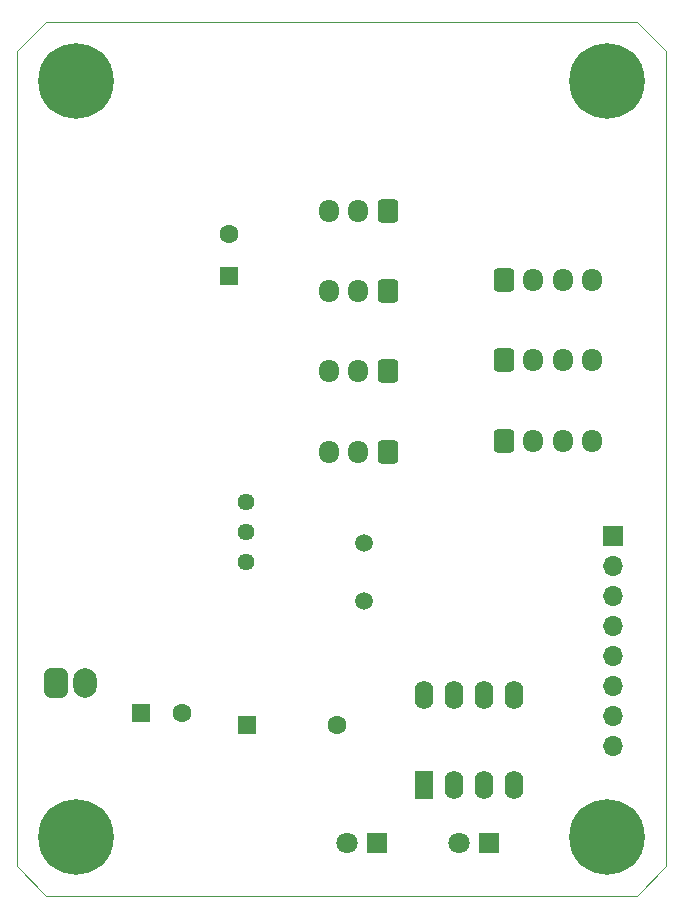
<source format=gbr>
%TF.GenerationSoftware,KiCad,Pcbnew,8.0.1-8.0.1-0~ubuntu20.04.1*%
%TF.CreationDate,2024-05-13T17:34:50+05:00*%
%TF.ProjectId,DeltaAnomalain,44656c74-6141-46e6-9f6d-616c61696e2e,rev?*%
%TF.SameCoordinates,Original*%
%TF.FileFunction,Soldermask,Bot*%
%TF.FilePolarity,Negative*%
%FSLAX46Y46*%
G04 Gerber Fmt 4.6, Leading zero omitted, Abs format (unit mm)*
G04 Created by KiCad (PCBNEW 8.0.1-8.0.1-0~ubuntu20.04.1) date 2024-05-13 17:34:50*
%MOMM*%
%LPD*%
G01*
G04 APERTURE LIST*
G04 Aperture macros list*
%AMRoundRect*
0 Rectangle with rounded corners*
0 $1 Rounding radius*
0 $2 $3 $4 $5 $6 $7 $8 $9 X,Y pos of 4 corners*
0 Add a 4 corners polygon primitive as box body*
4,1,4,$2,$3,$4,$5,$6,$7,$8,$9,$2,$3,0*
0 Add four circle primitives for the rounded corners*
1,1,$1+$1,$2,$3*
1,1,$1+$1,$4,$5*
1,1,$1+$1,$6,$7*
1,1,$1+$1,$8,$9*
0 Add four rect primitives between the rounded corners*
20,1,$1+$1,$2,$3,$4,$5,0*
20,1,$1+$1,$4,$5,$6,$7,0*
20,1,$1+$1,$6,$7,$8,$9,0*
20,1,$1+$1,$8,$9,$2,$3,0*%
G04 Aperture macros list end*
%ADD10R,1.600000X1.600000*%
%ADD11C,1.600000*%
%ADD12R,1.700000X1.700000*%
%ADD13O,1.700000X1.700000*%
%ADD14C,0.800000*%
%ADD15C,6.400000*%
%ADD16RoundRect,0.250000X-0.600000X-0.725000X0.600000X-0.725000X0.600000X0.725000X-0.600000X0.725000X0*%
%ADD17O,1.700000X1.950000*%
%ADD18R,1.800000X1.800000*%
%ADD19C,1.800000*%
%ADD20C,1.500000*%
%ADD21RoundRect,0.500000X0.500000X-0.750000X0.500000X0.750000X-0.500000X0.750000X-0.500000X-0.750000X0*%
%ADD22O,2.000000X2.500000*%
%ADD23RoundRect,0.250000X0.600000X0.725000X-0.600000X0.725000X-0.600000X-0.725000X0.600000X-0.725000X0*%
%ADD24R,1.600000X2.400000*%
%ADD25O,1.600000X2.400000*%
%ADD26C,1.440000*%
%TA.AperFunction,Profile*%
%ADD27C,0.050000*%
%TD*%
G04 APERTURE END LIST*
D10*
%TO.C,C6*%
X198500000Y-117000000D03*
D11*
X202000000Y-117000000D03*
%TD*%
D12*
%TO.C,J9*%
X238500000Y-102000000D03*
D13*
X238500000Y-104540000D03*
X238500000Y-107080000D03*
X238500000Y-109620000D03*
X238500000Y-112160000D03*
X238500000Y-114700000D03*
X238500000Y-117240000D03*
X238500000Y-119780000D03*
%TD*%
D14*
%TO.C,H1*%
X190600000Y-127500000D03*
X191302944Y-125802944D03*
X191302944Y-129197056D03*
X193000000Y-125100000D03*
D15*
X193000000Y-127500000D03*
D14*
X193000000Y-129900000D03*
X194697056Y-125802944D03*
X194697056Y-129197056D03*
X195400000Y-127500000D03*
%TD*%
D16*
%TO.C,J8*%
X229250000Y-93950000D03*
D17*
X231750000Y-93950000D03*
X234250000Y-93950000D03*
X236750000Y-93950000D03*
%TD*%
D16*
%TO.C,J6*%
X229250000Y-80350000D03*
D17*
X231750000Y-80350000D03*
X234250000Y-80350000D03*
X236750000Y-80350000D03*
%TD*%
D18*
%TO.C,D3*%
X228000000Y-128000000D03*
D19*
X225460000Y-128000000D03*
%TD*%
D20*
%TO.C,Y1*%
X217450000Y-102620000D03*
X217450000Y-107500000D03*
%TD*%
D21*
%TO.C,J1*%
X191297349Y-114500000D03*
D22*
X193797349Y-114500000D03*
%TD*%
D23*
%TO.C,J2*%
X219450000Y-94900000D03*
D17*
X216950000Y-94900000D03*
X214450000Y-94900000D03*
%TD*%
D16*
%TO.C,J7*%
X229250000Y-87150000D03*
D17*
X231750000Y-87150000D03*
X234250000Y-87150000D03*
X236750000Y-87150000D03*
%TD*%
D14*
%TO.C,H2*%
X235600000Y-63500000D03*
X236302944Y-61802944D03*
X236302944Y-65197056D03*
X238000000Y-61100000D03*
D15*
X238000000Y-63500000D03*
D14*
X238000000Y-65900000D03*
X239697056Y-61802944D03*
X239697056Y-65197056D03*
X240400000Y-63500000D03*
%TD*%
D23*
%TO.C,J5*%
X219450000Y-74500000D03*
D17*
X216950000Y-74500000D03*
X214450000Y-74500000D03*
%TD*%
D14*
%TO.C,H4*%
X235600000Y-127500000D03*
X236302944Y-125802944D03*
X236302944Y-129197056D03*
X238000000Y-125100000D03*
D15*
X238000000Y-127500000D03*
D14*
X238000000Y-129900000D03*
X239697056Y-125802944D03*
X239697056Y-129197056D03*
X240400000Y-127500000D03*
%TD*%
D24*
%TO.C,U3*%
X222500000Y-123120000D03*
D25*
X225040000Y-123120000D03*
X227580000Y-123120000D03*
X230120000Y-123120000D03*
X230120000Y-115500000D03*
X227580000Y-115500000D03*
X225040000Y-115500000D03*
X222500000Y-115500000D03*
%TD*%
D10*
%TO.C,BZ1*%
X207500000Y-118000000D03*
D11*
X215100000Y-118000000D03*
%TD*%
D26*
%TO.C,RV1*%
X207450000Y-99120000D03*
X207450000Y-101660000D03*
X207450000Y-104200000D03*
%TD*%
D23*
%TO.C,J3*%
X219450000Y-88100000D03*
D17*
X216950000Y-88100000D03*
X214450000Y-88100000D03*
%TD*%
D14*
%TO.C,H3*%
X190600000Y-63500000D03*
X191302944Y-61802944D03*
X191302944Y-65197056D03*
X193000000Y-61100000D03*
D15*
X193000000Y-63500000D03*
D14*
X193000000Y-65900000D03*
X194697056Y-61802944D03*
X194697056Y-65197056D03*
X195400000Y-63500000D03*
%TD*%
D18*
%TO.C,D2*%
X218500000Y-128000000D03*
D19*
X215960000Y-128000000D03*
%TD*%
D23*
%TO.C,J4*%
X219450000Y-81300000D03*
D17*
X216950000Y-81300000D03*
X214450000Y-81300000D03*
%TD*%
D10*
%TO.C,C7*%
X205950000Y-80000000D03*
D11*
X205950000Y-76500000D03*
%TD*%
D27*
X243000000Y-130000000D02*
X240500000Y-132500000D01*
X188000000Y-130000000D02*
X188000000Y-61000000D01*
X240500000Y-58500000D02*
X243000000Y-61000000D01*
X190500000Y-132500000D02*
X188000000Y-130000000D01*
X240500000Y-132500000D02*
X190500000Y-132500000D01*
X188000000Y-61000000D02*
X190500000Y-58500000D01*
X243000000Y-61000000D02*
X243000000Y-130000000D01*
X190500000Y-58500000D02*
X240500000Y-58500000D01*
M02*

</source>
